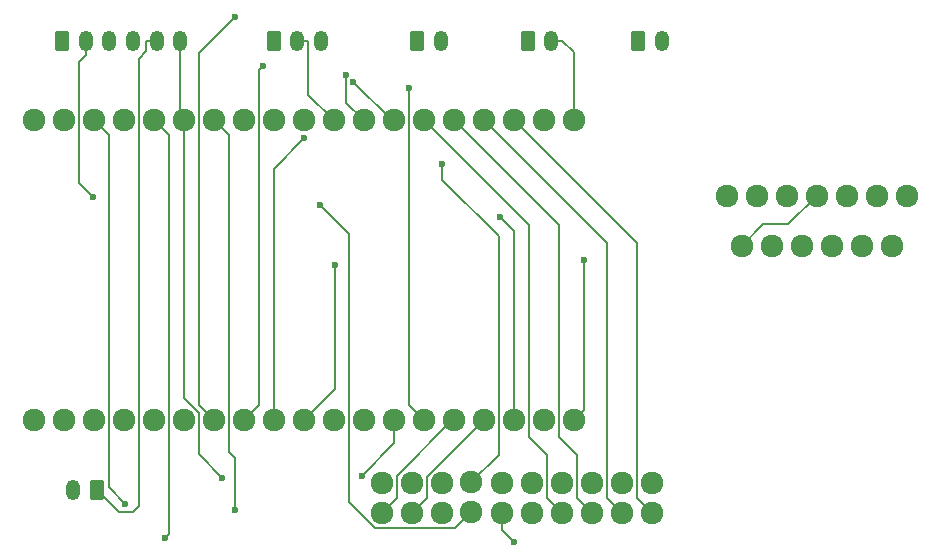
<source format=gbl>
%TF.GenerationSoftware,KiCad,Pcbnew,9.0.2*%
%TF.CreationDate,2025-06-11T19:01:07+02:00*%
%TF.ProjectId,musicbox,6d757369-6362-46f7-982e-6b696361645f,rev?*%
%TF.SameCoordinates,Original*%
%TF.FileFunction,Copper,L2,Bot*%
%TF.FilePolarity,Positive*%
%FSLAX46Y46*%
G04 Gerber Fmt 4.6, Leading zero omitted, Abs format (unit mm)*
G04 Created by KiCad (PCBNEW 9.0.2) date 2025-06-11 19:01:07*
%MOMM*%
%LPD*%
G01*
G04 APERTURE LIST*
G04 Aperture macros list*
%AMRoundRect*
0 Rectangle with rounded corners*
0 $1 Rounding radius*
0 $2 $3 $4 $5 $6 $7 $8 $9 X,Y pos of 4 corners*
0 Add a 4 corners polygon primitive as box body*
4,1,4,$2,$3,$4,$5,$6,$7,$8,$9,$2,$3,0*
0 Add four circle primitives for the rounded corners*
1,1,$1+$1,$2,$3*
1,1,$1+$1,$4,$5*
1,1,$1+$1,$6,$7*
1,1,$1+$1,$8,$9*
0 Add four rect primitives between the rounded corners*
20,1,$1+$1,$2,$3,$4,$5,0*
20,1,$1+$1,$4,$5,$6,$7,0*
20,1,$1+$1,$6,$7,$8,$9,0*
20,1,$1+$1,$8,$9,$2,$3,0*%
G04 Aperture macros list end*
%TA.AperFunction,ComponentPad*%
%ADD10RoundRect,0.250000X-0.350000X-0.625000X0.350000X-0.625000X0.350000X0.625000X-0.350000X0.625000X0*%
%TD*%
%TA.AperFunction,ComponentPad*%
%ADD11O,1.200000X1.750000*%
%TD*%
%TA.AperFunction,ComponentPad*%
%ADD12C,1.920000*%
%TD*%
%TA.AperFunction,ComponentPad*%
%ADD13RoundRect,0.250000X0.350000X0.625000X-0.350000X0.625000X-0.350000X-0.625000X0.350000X-0.625000X0*%
%TD*%
%TA.AperFunction,ViaPad*%
%ADD14C,0.600000*%
%TD*%
%TA.AperFunction,Conductor*%
%ADD15C,0.200000*%
%TD*%
G04 APERTURE END LIST*
D10*
%TO.P,BT1Con1,1,Pin_1*%
%TO.N,/BT1*%
X127640000Y-38500000D03*
D11*
%TO.P,BT1Con1,2,Pin_2*%
%TO.N,3V3*%
X129640000Y-38500000D03*
%TD*%
D12*
%TO.P,AMP1,1,LRC*%
%TO.N,/I2S_WS*%
X153880000Y-51620000D03*
%TO.P,AMP1,2,BCLK*%
%TO.N,/I2S_BCK*%
X156420000Y-51620000D03*
%TO.P,AMP1,3,DIN*%
%TO.N,/I2S_DIN*%
X158960000Y-51620000D03*
%TO.P,AMP1,4,GAIN*%
%TO.N,GND*%
X161500000Y-51620000D03*
%TO.P,AMP1,5,SD*%
%TO.N,unconnected-(AMP1-SD-Pad5)*%
X164040000Y-51620000D03*
%TO.P,AMP1,6,GND*%
%TO.N,GND*%
X166580000Y-51620000D03*
%TO.P,AMP1,7,VIN*%
%TO.N,VBAT*%
X169120000Y-51620000D03*
%TD*%
%TO.P,IO1,1,Pin_1*%
%TO.N,/GPIO36*%
X147499957Y-78500023D03*
%TO.P,IO1,2,Pin_2*%
%TO.N,/GPIO39*%
X144959957Y-78500023D03*
%TO.P,IO1,3,Pin_3*%
%TO.N,/GPIO34*%
X142419957Y-78500023D03*
%TO.P,IO1,4,Pin_4*%
%TO.N,/GPIO35*%
X139879957Y-78500023D03*
%TO.P,IO1,5,Pin_5*%
%TO.N,/GPIO12*%
X137339957Y-78500023D03*
%TO.P,IO1,6,Pin_6*%
%TO.N,/GPIO13*%
X134799957Y-78500023D03*
%TO.P,IO1,7,Pin_7*%
%TO.N,/GPIO09*%
X132181100Y-78446500D03*
%TO.P,IO1,8,Pin_8*%
%TO.N,/GPIO10*%
X129719957Y-78500023D03*
%TO.P,IO1,9,Pin_9*%
%TO.N,/GPIO01*%
X127179957Y-78500023D03*
%TO.P,IO1,10,Pin_10*%
%TO.N,/GPIO03*%
X124639957Y-78500023D03*
%TO.P,IO1,11,Pin_11*%
%TO.N,/GPIO00*%
X147499957Y-75960023D03*
%TO.P,IO1,12,Pin_12*%
%TO.N,/GPIO02*%
X144959957Y-75960023D03*
%TO.P,IO1,13,Pin_13*%
%TO.N,/GPIO15*%
X142419957Y-75960023D03*
%TO.P,IO1,14,Pin_14*%
%TO.N,/GPIO08*%
X139879957Y-75960023D03*
%TO.P,IO1,15,Pin_15*%
%TO.N,/GPIO07*%
X137339957Y-75960023D03*
%TO.P,IO1,16,Pin_16*%
%TO.N,/GPIO06*%
X134799957Y-75960023D03*
%TO.P,IO1,17,Pin_17*%
%TO.N,/RST*%
X132181100Y-75906500D03*
%TO.P,IO1,18,Pin_18*%
%TO.N,3V3*%
X129719957Y-75960023D03*
%TO.P,IO1,19,Pin_19*%
%TO.N,unconnected-(IO1-Pin_19-Pad19)*%
X127179957Y-75960023D03*
%TO.P,IO1,20,Pin_20*%
%TO.N,unconnected-(IO1-Pin_20-Pad20)*%
X124639957Y-75960023D03*
%TD*%
D10*
%TO.P,RFIDCon1,1,Pin_1*%
%TO.N,/I2C_SDA*%
X97590000Y-38500000D03*
D11*
%TO.P,RFIDCon1,2,Pin_2*%
%TO.N,/I2C_SCL*%
X99590000Y-38500000D03*
%TO.P,RFIDCon1,3,Pin_3*%
%TO.N,/RFID_IRQ*%
X101590000Y-38500000D03*
%TO.P,RFIDCon1,4,Pin_4*%
%TO.N,/RFID_RST*%
X103590000Y-38500000D03*
%TO.P,RFIDCon1,5,Pin_5*%
%TO.N,3V3*%
X105590000Y-38500000D03*
%TO.P,RFIDCon1,6,Pin_6*%
%TO.N,GND*%
X107590000Y-38500000D03*
%TD*%
D10*
%TO.P,BT3Con1,1,Pin_1*%
%TO.N,/BT3*%
X146350000Y-38500000D03*
D11*
%TO.P,BT3Con1,2,Pin_2*%
%TO.N,3V3*%
X148350000Y-38500000D03*
%TD*%
D12*
%TO.P,RD1,1,VCC*%
%TO.N,3V3*%
X167820000Y-55880000D03*
%TO.P,RD1,2,CS*%
%TO.N,/SPI_SS*%
X165280000Y-55880000D03*
%TO.P,RD1,3,MOSI*%
%TO.N,/SPI_MOSI*%
X162740000Y-55880000D03*
%TO.P,RD1,4,SCK*%
%TO.N,/SPI_SCK*%
X160200000Y-55880000D03*
%TO.P,RD1,5,MISO*%
%TO.N,/SPI_MISO*%
X157660000Y-55880000D03*
%TO.P,RD1,6,GND*%
%TO.N,GND*%
X155120000Y-55880000D03*
%TD*%
%TO.P,ESP32,1,3V3*%
%TO.N,3V3*%
X140900000Y-45230000D03*
%TO.P,ESP32,2,RESET*%
%TO.N,/RST*%
X138360000Y-45230000D03*
%TO.P,ESP32,3,GPIO36*%
%TO.N,/GPIO36*%
X135820000Y-45230000D03*
%TO.P,ESP32,4,GPIO39*%
%TO.N,/GPIO39*%
X133280000Y-45230000D03*
%TO.P,ESP32,5,GPIO34*%
%TO.N,/GPIO34*%
X130740000Y-45230000D03*
%TO.P,ESP32,6,GPIO35*%
%TO.N,/GPIO35*%
X128200000Y-45230000D03*
%TO.P,ESP32,7,GPIO32*%
%TO.N,/RFID_IRQ*%
X125660000Y-45230000D03*
%TO.P,ESP32,8,GPIO33*%
%TO.N,/RFID_RST*%
X123120000Y-45230000D03*
%TO.P,ESP32,9,GPIO25*%
%TO.N,/ADR_LED*%
X120580000Y-45230000D03*
%TO.P,ESP32,10,GPIO26*%
%TO.N,/I2S_BCK*%
X118040000Y-45230000D03*
%TO.P,ESP32,11,GPIO27*%
%TO.N,/I2S_DIN*%
X115500000Y-45230000D03*
%TO.P,ESP32,12,GPIO14*%
%TO.N,/I2S_WS*%
X112960000Y-45230000D03*
%TO.P,ESP32,13,GPIO12*%
%TO.N,/GPIO12*%
X110420000Y-45230000D03*
%TO.P,ESP32,14,GND*%
%TO.N,GND*%
X107880000Y-45230000D03*
%TO.P,ESP32,15,GPIO13*%
%TO.N,/GPIO13*%
X105340000Y-45230000D03*
%TO.P,ESP32,16,GPIO09*%
%TO.N,/GPIO09*%
X102800000Y-45230000D03*
%TO.P,ESP32,17,GPIO10*%
%TO.N,/GPIO10*%
X100260000Y-45230000D03*
%TO.P,ESP32,18,GPIO11*%
%TO.N,/GPIO11*%
X97720000Y-45230000D03*
%TO.P,ESP32,19,5V*%
%TO.N,unconnected-(ESP32-5V-Pad19)*%
X95180000Y-45230000D03*
%TO.P,ESP32,20,GND*%
%TO.N,GND*%
X140900000Y-70630000D03*
%TO.P,ESP32,21,GPIO23*%
%TO.N,/SPI_MOSI*%
X138360000Y-70630000D03*
%TO.P,ESP32,22,GPIO22*%
%TO.N,/I2C_SCL*%
X135820000Y-70630000D03*
%TO.P,ESP32,23,GPIO01*%
%TO.N,/GPIO01*%
X133280000Y-70630000D03*
%TO.P,ESP32,24,GPIO03*%
%TO.N,/GPIO03*%
X130740000Y-70630000D03*
%TO.P,ESP32,25,GPIO21*%
%TO.N,/I2C_SDA*%
X128200000Y-70630000D03*
%TO.P,ESP32,26,GND*%
%TO.N,GND*%
X125660000Y-70630000D03*
%TO.P,ESP32,27,GPIO19*%
%TO.N,/SPI_MISO*%
X123120000Y-70630000D03*
%TO.P,ESP32,28,GPIO18*%
%TO.N,/SPI_SCK*%
X120580000Y-70630000D03*
%TO.P,ESP32,29,GPIO05*%
%TO.N,/SPI_SS*%
X118040000Y-70630000D03*
%TO.P,ESP32,30,GPIO17*%
%TO.N,/BT3*%
X115500000Y-70630000D03*
%TO.P,ESP32,31,GPIO16*%
%TO.N,/BT2*%
X112960000Y-70630000D03*
%TO.P,ESP32,32,GPIO04*%
%TO.N,/BT1*%
X110420000Y-70630000D03*
%TO.P,ESP32,33,GPIO00*%
%TO.N,/GPIO00*%
X107880000Y-70630000D03*
%TO.P,ESP32,34,GPIO02*%
%TO.N,/GPIO02*%
X105340000Y-70630000D03*
%TO.P,ESP32,35,GPIO15*%
%TO.N,/GPIO15*%
X102800000Y-70630000D03*
%TO.P,ESP32,36,GPIO08*%
%TO.N,/GPIO08*%
X100260000Y-70630000D03*
%TO.P,ESP32,37,GPIO07*%
%TO.N,/GPIO07*%
X97720000Y-70630000D03*
%TO.P,ESP32,38,GPIO06*%
%TO.N,/GPIO06*%
X95180000Y-70630000D03*
%TD*%
D13*
%TO.P,PWRCon1,1,Pin_1*%
%TO.N,3V3*%
X100500000Y-76550000D03*
D11*
%TO.P,PWRCon1,2,Pin_2*%
%TO.N,GND*%
X98500000Y-76550000D03*
%TD*%
D10*
%TO.P,NeoPixelCon1,1,Pin_1*%
%TO.N,3V3*%
X115510000Y-38500000D03*
D11*
%TO.P,NeoPixelCon1,2,Pin_2*%
%TO.N,/ADR_LED*%
X117510000Y-38500000D03*
%TO.P,NeoPixelCon1,3,Pin_3*%
%TO.N,GND*%
X119510000Y-38500000D03*
%TD*%
D10*
%TO.P,BT2Con1,1,Pin_1*%
%TO.N,/BT2*%
X137000000Y-38500000D03*
D11*
%TO.P,BT2Con1,2,Pin_2*%
%TO.N,3V3*%
X139000000Y-38500000D03*
%TD*%
D14*
%TO.N,/GPIO12*%
X112188800Y-78272600D03*
%TO.N,/GPIO10*%
X102925700Y-77698300D03*
%TO.N,/GPIO13*%
X106279800Y-80607600D03*
X135824800Y-80956500D03*
%TO.N,/RST*%
X129766800Y-48968800D03*
%TO.N,/GPIO09*%
X119441800Y-52441000D03*
%TO.N,/SPI_SS*%
X120666600Y-57504200D03*
%TO.N,/I2C_SCL*%
X100161800Y-51714600D03*
X134628000Y-53429000D03*
%TO.N,/RFID_RST*%
X121638000Y-41367300D03*
%TO.N,/I2C_SDA*%
X126961300Y-42515000D03*
%TO.N,/RFID_IRQ*%
X122240000Y-41997300D03*
%TO.N,GND*%
X141733800Y-57037000D03*
X122930500Y-75317400D03*
X111150800Y-75491700D03*
%TO.N,/BT3*%
X118097800Y-46781200D03*
%TO.N,/BT2*%
X114567300Y-40684000D03*
%TO.N,/BT1*%
X112188800Y-36498000D03*
%TD*%
D15*
%TO.N,/GPIO03*%
X125910000Y-77230000D02*
X124640000Y-78500000D01*
X125910000Y-75344400D02*
X125910000Y-77230000D01*
X130624400Y-70630000D02*
X125910000Y-75344400D01*
X130740000Y-70630000D02*
X130624400Y-70630000D01*
%TO.N,/GPIO35*%
X138610000Y-77230000D02*
X139880000Y-78500000D01*
X138610000Y-73615200D02*
X138610000Y-77230000D01*
X137088500Y-72093700D02*
X138610000Y-73615200D01*
X137088500Y-54118500D02*
X137088500Y-72093700D01*
X128200000Y-45230000D02*
X137088500Y-54118500D01*
%TO.N,/GPIO12*%
X111690000Y-46500000D02*
X110420000Y-45230000D01*
X111690000Y-73362300D02*
X111690000Y-46500000D01*
X112188800Y-73861100D02*
X111690000Y-73362300D01*
X112188800Y-78272600D02*
X112188800Y-73861100D01*
%TO.N,/GPIO34*%
X141150000Y-77230000D02*
X142420000Y-78500000D01*
X141150000Y-73615200D02*
X141150000Y-77230000D01*
X139630000Y-72095200D02*
X141150000Y-73615200D01*
X139630000Y-54120000D02*
X139630000Y-72095200D01*
X130740000Y-45230000D02*
X139630000Y-54120000D01*
%TO.N,/GPIO10*%
X101530000Y-76302600D02*
X102925700Y-77698300D01*
X101530000Y-46500000D02*
X101530000Y-76302600D01*
X100260000Y-45230000D02*
X101530000Y-46500000D01*
%TO.N,/GPIO39*%
X143688600Y-77228600D02*
X144960000Y-78500000D01*
X143688600Y-55638600D02*
X143688600Y-77228600D01*
X133280000Y-45230000D02*
X143688600Y-55638600D01*
%TO.N,/GPIO13*%
X106609800Y-80277600D02*
X106279800Y-80607600D01*
X106609800Y-46499800D02*
X106609800Y-80277600D01*
X105340000Y-45230000D02*
X106609800Y-46499800D01*
X134800000Y-79931700D02*
X134800000Y-78500000D01*
X135824800Y-80956500D02*
X134800000Y-79931700D01*
%TO.N,/GPIO36*%
X146230000Y-77230000D02*
X147500000Y-78500000D01*
X146230000Y-55640000D02*
X146230000Y-77230000D01*
X135820000Y-45230000D02*
X146230000Y-55640000D01*
%TO.N,/RST*%
X129766800Y-50293500D02*
X129766800Y-48968800D01*
X134550000Y-55076700D02*
X129766800Y-50293500D01*
X134550000Y-73537600D02*
X134550000Y-55076700D01*
X132181100Y-75906500D02*
X134550000Y-73537600D01*
%TO.N,/GPIO01*%
X133264600Y-70630000D02*
X133280000Y-70630000D01*
X128452400Y-75442200D02*
X133264600Y-70630000D01*
X128452400Y-77227600D02*
X128452400Y-75442200D01*
X127180000Y-78500000D02*
X128452400Y-77227600D01*
%TO.N,/GPIO09*%
X130853200Y-79774400D02*
X132181100Y-78446500D01*
X124067400Y-79774400D02*
X130853200Y-79774400D01*
X121858200Y-77565200D02*
X124067400Y-79774400D01*
X121858200Y-54857400D02*
X121858200Y-77565200D01*
X119441800Y-52441000D02*
X121858200Y-54857400D01*
%TO.N,/SPI_SS*%
X120666600Y-68003400D02*
X118040000Y-70630000D01*
X120666600Y-57504200D02*
X120666600Y-68003400D01*
%TO.N,/I2C_SCL*%
X98990000Y-50542800D02*
X100161800Y-51714600D01*
X98990000Y-40276700D02*
X98990000Y-50542800D01*
X99590000Y-39676700D02*
X98990000Y-40276700D01*
X135820000Y-54621000D02*
X135820000Y-70630000D01*
X134628000Y-53429000D02*
X135820000Y-54621000D01*
X99590000Y-38500000D02*
X99590000Y-39676700D01*
%TO.N,/RFID_RST*%
X121638000Y-43748000D02*
X121638000Y-41367300D01*
X123120000Y-45230000D02*
X121638000Y-43748000D01*
%TO.N,/I2C_SDA*%
X126930000Y-69360000D02*
X128200000Y-70630000D01*
X126930000Y-42546300D02*
X126930000Y-69360000D01*
X126961300Y-42515000D02*
X126930000Y-42546300D01*
%TO.N,/RFID_IRQ*%
X125472700Y-45230000D02*
X122240000Y-41997300D01*
X125660000Y-45230000D02*
X125472700Y-45230000D01*
%TO.N,/ADR_LED*%
X118411700Y-43061700D02*
X118411700Y-38500000D01*
X120580000Y-45230000D02*
X118411700Y-43061700D01*
X117510000Y-38500000D02*
X118411700Y-38500000D01*
%TO.N,GND*%
X156939500Y-54060500D02*
X155120000Y-55880000D01*
X159059500Y-54060500D02*
X156939500Y-54060500D01*
X161500000Y-51620000D02*
X159059500Y-54060500D01*
X141733800Y-69796200D02*
X141733800Y-57037000D01*
X140900000Y-70630000D02*
X141733800Y-69796200D01*
X125660000Y-72587900D02*
X125660000Y-70630000D01*
X122930500Y-75317400D02*
X125660000Y-72587900D01*
X107590000Y-44940000D02*
X107590000Y-38500000D01*
X107880000Y-45230000D02*
X107590000Y-44940000D01*
X109150000Y-73490900D02*
X111150800Y-75491700D01*
X109150000Y-70019300D02*
X109150000Y-73490900D01*
X107880000Y-68749300D02*
X109150000Y-70019300D01*
X107880000Y-45230000D02*
X107880000Y-68749300D01*
%TO.N,/BT3*%
X115500000Y-49379000D02*
X115500000Y-70630000D01*
X118097800Y-46781200D02*
X115500000Y-49379000D01*
%TO.N,/BT2*%
X114230000Y-41021300D02*
X114567300Y-40684000D01*
X114230000Y-69360000D02*
X114230000Y-41021300D01*
X112960000Y-70630000D02*
X114230000Y-69360000D01*
%TO.N,/BT1*%
X109150100Y-39536700D02*
X112188800Y-36498000D01*
X109150100Y-69360100D02*
X109150100Y-39536700D01*
X110420000Y-70630000D02*
X109150100Y-69360100D01*
%TO.N,3V3*%
X140900000Y-39498300D02*
X139901700Y-38500000D01*
X140900000Y-45230000D02*
X140900000Y-39498300D01*
X139000000Y-38500000D02*
X139901700Y-38500000D01*
X102360600Y-78410600D02*
X100500000Y-76550000D01*
X103589900Y-78410600D02*
X102360600Y-78410600D01*
X104070400Y-77930100D02*
X103589900Y-78410600D01*
X104070400Y-40019600D02*
X104070400Y-77930100D01*
X104688300Y-39401700D02*
X104070400Y-40019600D01*
X104688300Y-38500000D02*
X104688300Y-39401700D01*
X105590000Y-38500000D02*
X104688300Y-38500000D01*
%TD*%
M02*

</source>
